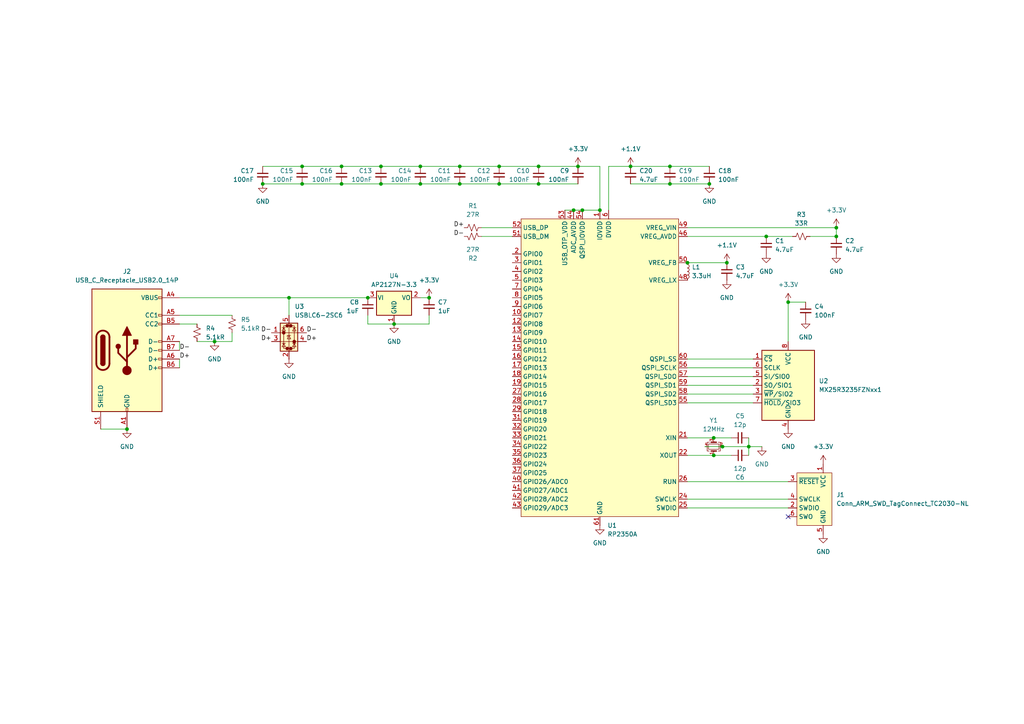
<source format=kicad_sch>
(kicad_sch (version 20231120) (generator "eeschema") (generator_version "8.0")
  (paper "A4")
  (lib_symbols
    (symbol "Connector:Conn_ARM_SWD_TagConnect_TC2030-NL" (in_bom no)
      (property "Reference" "J" (at 2.54 11.43 0))
      (property "Value" "Conn_ARM_SWD_TagConnect_TC2030-NL" (at 2.54 8.89 0))
      (symbol "Conn_ARM_SWD_TagConnect_TC2030-NL_0_0"
        (pin power_in line (at -2.54 10.16 270) (length 2.54) (name "VCC") (number "1"))
        (pin bidirectional line (at 7.62 -2.54 180) (length 2.54) (name "SWDIO") (number "2"))
        (pin open_collector line (at 7.62 5.08 180) (length 2.54) (name "~{RESET}") (number "3"))
        (pin output line (at 7.62 0 180) (length 2.54) (name "SWCLK") (number "4"))
        (pin power_in line (at -2.54 -10.16 90) (length 2.54) (name "GND") (number "5"))
        (pin input line (at 7.62 -5.08 180) (length 2.54) (name "SWO") (number "6"))
      )
      (symbol "Conn_ARM_SWD_TagConnect_TC2030-NL_0_1"
        (rectangle (start -5.08 7.62) (end 5.08 -7.62) (fill (type background)))
      )
    )
    (symbol "Connector:USB_C_Receptacle_USB2.0_14P" (pin_names (offset 1.016))
      (property "Reference" "J" (at 0 22.225 0))
      (property "Value" "USB_C_Receptacle_USB2.0_14P" (at 0 19.685 0))
      (symbol "USB_C_Receptacle_USB2.0_14P_0_0"
        (rectangle (start -0.254 -17.78) (end 0.254 -16.764))
        (rectangle (start 10.16 -4.826) (end 9.144 -5.334))
        (rectangle (start 10.16 -2.286) (end 9.144 -2.794))
        (rectangle (start 10.16 0.254) (end 9.144 -0.254))
        (rectangle (start 10.16 2.794) (end 9.144 2.286))
        (rectangle (start 10.16 7.874) (end 9.144 7.366))
        (rectangle (start 10.16 10.414) (end 9.144 9.906))
        (rectangle (start 10.16 15.494) (end 9.144 14.986))
      )
      (symbol "USB_C_Receptacle_USB2.0_14P_0_1"
        (rectangle (start -10.16 17.78) (end 10.16 -17.78) (stroke (width 0.254)) (fill (type background)))
        (arc (start -8.89 -3.81) (mid -6.985 -5.7067) (end -5.08 -3.81) (stroke (width 0.508)))
        (arc (start -7.62 -3.81) (mid -6.985 -4.4423) (end -6.35 -3.81) (stroke (width 0.254)))
        (arc (start -7.62 -3.81) (mid -6.985 -4.4423) (end -6.35 -3.81) (stroke (width 0.254)) (fill (type outline)))
        (rectangle (start -7.62 -3.81) (end -6.35 3.81) (stroke (width 0.254)) (fill (type outline)))
        (arc (start -6.35 3.81) (mid -6.985 4.4423) (end -7.62 3.81) (stroke (width 0.254)))
        (arc (start -6.35 3.81) (mid -6.985 4.4423) (end -7.62 3.81) (stroke (width 0.254)) (fill (type outline)))
        (arc (start -5.08 3.81) (mid -6.985 5.7067) (end -8.89 3.81) (stroke (width 0.508)))
        (circle (center -2.54 1.143) (radius 0.635) (stroke (width 0.254)) (fill (type outline)))
        (circle (center 0 -5.842) (radius 1.27) (fill (type outline)))
        (polyline (pts (xy -8.89 -3.81) (xy -8.89 3.81)) (stroke (width 0.508)))
        (polyline (pts (xy -5.08 3.81) (xy -5.08 -3.81)) (stroke (width 0.508)))
        (polyline (pts (xy 0 -5.842) (xy 0 4.318)) (stroke (width 0.508)))
        (polyline (pts (xy 0 -3.302) (xy -2.54 -0.762) (xy -2.54 0.508)) (stroke (width 0.508)))
        (polyline (pts (xy 0 -2.032) (xy 2.54 0.508) (xy 2.54 1.778)) (stroke (width 0.508)))
        (polyline (pts (xy -1.27 4.318) (xy 0 6.858) (xy 1.27 4.318) (xy -1.27 4.318)) (stroke (width 0.254)) (fill (type outline)))
        (rectangle (start 1.905 1.778) (end 3.175 3.048) (stroke (width 0.254)) (fill (type outline)))
      )
      (symbol "USB_C_Receptacle_USB2.0_14P_1_1"
        (pin passive line (at 0 -22.86 90) (length 5.08) (name "GND") (number "A1"))
        (pin passive line (at 0 -22.86 90) (length 5.08) hide (name "GND") (number "A12"))
        (pin passive line (at 15.24 15.24 180) (length 5.08) (name "VBUS") (number "A4"))
        (pin bidirectional line (at 15.24 10.16 180) (length 5.08) (name "CC1") (number "A5"))
        (pin bidirectional line (at 15.24 -2.54 180) (length 5.08) (name "D+") (number "A6"))
        (pin bidirectional line (at 15.24 2.54 180) (length 5.08) (name "D-") (number "A7"))
        (pin passive line (at 15.24 15.24 180) (length 5.08) hide (name "VBUS") (number "A9"))
        (pin passive line (at 0 -22.86 90) (length 5.08) hide (name "GND") (number "B1"))
        (pin passive line (at 0 -22.86 90) (length 5.08) hide (name "GND") (number "B12"))
        (pin passive line (at 15.24 15.24 180) (length 5.08) hide (name "VBUS") (number "B4"))
        (pin bidirectional line (at 15.24 7.62 180) (length 5.08) (name "CC2") (number "B5"))
        (pin bidirectional line (at 15.24 -5.08 180) (length 5.08) (name "D+") (number "B6"))
        (pin bidirectional line (at 15.24 0 180) (length 5.08) (name "D-") (number "B7"))
        (pin passive line (at 15.24 15.24 180) (length 5.08) hide (name "VBUS") (number "B9"))
        (pin passive line (at -7.62 -22.86 90) (length 5.08) (name "SHIELD") (number "S1"))
      )
    )
    (symbol "Device:C_Small" (pin_numbers hide) (pin_names (offset 0.254) hide)
      (property "Reference" "C" (at 0.254 1.778 0))
      (property "Value" "C_Small" (at 0.254 -2.032 0))
      (symbol "C_Small_0_1"
        (polyline (pts (xy -1.524 -0.508) (xy 1.524 -0.508)) (stroke (width 0.3302)))
        (polyline (pts (xy -1.524 0.508) (xy 1.524 0.508)) (stroke (width 0.3048)))
      )
      (symbol "C_Small_1_1"
        (pin passive line (at 0 2.54 270) (length 2.032) (name "~") (number "1"))
        (pin passive line (at 0 -2.54 90) (length 2.032) (name "~") (number "2"))
      )
    )
    (symbol "Device:Crystal_GND24_Small" (pin_names (offset 1.016) hide)
      (property "Reference" "Y" (at 1.27 4.445 0))
      (property "Value" "Crystal_GND24_Small" (at 1.27 2.54 0))
      (symbol "Crystal_GND24_Small_0_1"
        (rectangle (start -0.762 -1.524) (end 0.762 1.524))
        (polyline (pts (xy -1.27 -0.762) (xy -1.27 0.762)) (stroke (width 0.381)))
        (polyline (pts (xy 1.27 -0.762) (xy 1.27 0.762)) (stroke (width 0.381)))
        (polyline (pts (xy -1.27 -1.27) (xy -1.27 -1.905) (xy 1.27 -1.905) (xy 1.27 -1.27)))
        (polyline (pts (xy -1.27 1.27) (xy -1.27 1.905) (xy 1.27 1.905) (xy 1.27 1.27)))
      )
      (symbol "Crystal_GND24_Small_1_1"
        (pin passive line (at -2.54 0 0) (length 1.27) (name "1") (number "1"))
        (pin passive line (at 0 -2.54 90) (length 0.635) (name "2") (number "2"))
        (pin passive line (at 2.54 0 180) (length 1.27) (name "3") (number "3"))
        (pin passive line (at 0 2.54 270) (length 0.635) (name "4") (number "4"))
      )
    )
    (symbol "Device:L_Small" (pin_numbers hide) (pin_names (offset 0.254) hide)
      (property "Reference" "L" (at 0.762 1.016 0))
      (property "Value" "L_Small" (at 0.762 -1.016 0))
      (symbol "L_Small_0_1"
        (arc (start 0 -2.032) (mid 0.5058 -1.524) (end 0 -1.016))
        (arc (start 0 -1.016) (mid 0.5058 -0.508) (end 0 0))
        (arc (start 0 0) (mid 0.5058 0.508) (end 0 1.016))
        (arc (start 0 1.016) (mid 0.5058 1.524) (end 0 2.032))
      )
      (symbol "L_Small_1_1"
        (pin passive line (at 0 2.54 270) (length 0.508) (name "~") (number "1"))
        (pin passive line (at 0 -2.54 90) (length 0.508) (name "~") (number "2"))
      )
    )
    (symbol "Device:R_Small_US" (pin_numbers hide) (pin_names (offset 0.254) hide)
      (property "Reference" "R" (at 0.762 0.508 0))
      (property "Value" "R_Small_US" (at 0.762 -1.016 0))
      (symbol "R_Small_US_1_1"
        (polyline (pts (xy 0 0) (xy 1.016 -0.381) (xy 0 -0.762) (xy -1.016 -1.143) (xy 0 -1.524)))
        (polyline (pts (xy 0 1.524) (xy 1.016 1.143) (xy 0 0.762) (xy -1.016 0.381) (xy 0 0)))
        (pin passive line (at 0 2.54 270) (length 1.016) (name "~") (number "1"))
        (pin passive line (at 0 -2.54 90) (length 1.016) (name "~") (number "2"))
      )
    )
    (symbol "Memory_Flash:MX25R3235FZNxx1"
      (property "Reference" "U" (at -6.35 11.43 0))
      (property "Value" "MX25R3235FZNxx1" (at 11.43 11.43 0))
      (symbol "MX25R3235FZNxx1_0_1"
        (rectangle (start -7.62 10.16) (end 7.62 -10.16) (stroke (width 0.254)) (fill (type background)))
      )
      (symbol "MX25R3235FZNxx1_1_1"
        (pin input line (at -10.16 7.62 0) (length 2.54) (name "~{CS}") (number "1"))
        (pin bidirectional line (at -10.16 0 0) (length 2.54) (name "SO/SIO1") (number "2"))
        (pin bidirectional line (at -10.16 -2.54 0) (length 2.54) (name "~{WP}/SIO2") (number "3"))
        (pin power_in line (at 0 -12.7 90) (length 2.54) (name "GND") (number "4"))
        (pin bidirectional line (at -10.16 2.54 0) (length 2.54) (name "SI/SIO0") (number "5"))
        (pin input line (at -10.16 5.08 0) (length 2.54) (name "SCLK") (number "6"))
        (pin bidirectional line (at -10.16 -5.08 0) (length 2.54) (name "~{HOLD}/SIO3") (number "7"))
        (pin power_in line (at 0 12.7 270) (length 2.54) (name "VCC") (number "8"))
        (pin passive line (at 0 -12.7 90) (length 2.54) hide (name "GND") (number "9"))
      )
    )
    (symbol "Power_Protection:USBLC6-2SC6" (pin_names hide)
      (property "Reference" "U" (at 0.635 5.715 0))
      (property "Value" "USBLC6-2SC6" (at 0.635 3.81 0))
      (symbol "USBLC6-2SC6_0_0"
        (circle (center -1.524 0) (radius 0.0001) (stroke (width 0.508)))
        (circle (center -0.508 -4.572) (radius 0.0001) (stroke (width 0.508)))
        (circle (center -0.508 2.032) (radius 0.0001) (stroke (width 0.508)))
        (circle (center 0.508 -4.572) (radius 0.0001) (stroke (width 0.508)))
        (circle (center 0.508 2.032) (radius 0.0001) (stroke (width 0.508)))
        (circle (center 1.524 -2.54) (radius 0.0001) (stroke (width 0.508)))
      )
      (symbol "USBLC6-2SC6_0_1"
        (polyline (pts (xy -2.54 -2.54) (xy 2.54 -2.54)))
        (polyline (pts (xy -2.54 0) (xy 2.54 0)))
        (polyline (pts (xy -2.032 -3.048) (xy -1.016 -3.048)))
        (polyline (pts (xy -1.016 1.524) (xy -2.032 1.524)))
        (polyline (pts (xy 1.016 -3.048) (xy 2.032 -3.048)))
        (polyline (pts (xy 1.016 1.524) (xy 2.032 1.524)))
        (polyline (pts (xy -0.508 -1.143) (xy -0.508 -0.762) (xy 0.508 -0.762)))
        (polyline (pts (xy -2.032 0.508) (xy -1.016 0.508) (xy -1.524 1.524) (xy -2.032 0.508)))
        (polyline (pts (xy -1.016 -4.064) (xy -2.032 -4.064) (xy -1.524 -3.048) (xy -1.016 -4.064)))
        (polyline (pts (xy 0.508 -1.778) (xy -0.508 -1.778) (xy 0 -0.762) (xy 0.508 -1.778)))
        (polyline (pts (xy 2.032 -4.064) (xy 1.016 -4.064) (xy 1.524 -3.048) (xy 2.032 -4.064)))
        (polyline (pts (xy 2.032 0.508) (xy 1.016 0.508) (xy 1.524 1.524) (xy 2.032 0.508)))
        (polyline (pts (xy 0 2.54) (xy -0.508 2.032) (xy 0.508 2.032) (xy 0 1.524) (xy 0 -4.064) (xy -0.508 -4.572) (xy 0.508 -4.572) (xy 0 -5.08)))
      )
      (symbol "USBLC6-2SC6_1_1"
        (rectangle (start -2.54 2.794) (end 2.54 -5.334) (stroke (width 0.254)) (fill (type background)))
        (polyline (pts (xy -0.508 2.032) (xy -1.524 2.032) (xy -1.524 -4.572) (xy -0.508 -4.572)))
        (polyline (pts (xy 0.508 -4.572) (xy 1.524 -4.572) (xy 1.524 2.032) (xy 0.508 2.032)))
        (pin passive line (at -5.08 0 0) (length 2.54) (name "I/O1") (number "1"))
        (pin passive line (at 0 -7.62 90) (length 2.54) (name "GND") (number "2"))
        (pin passive line (at -5.08 -2.54 0) (length 2.54) (name "I/O2") (number "3"))
        (pin passive line (at 5.08 -2.54 180) (length 2.54) (name "I/O2") (number "4"))
        (pin passive line (at 0 5.08 270) (length 2.54) (name "VBUS") (number "5"))
        (pin passive line (at 5.08 0 180) (length 2.54) (name "I/O1") (number "6"))
      )
    )
    (symbol "Regulator_Linear:AP2127N-3.3" (pin_names (offset 0.254))
      (property "Reference" "U" (at -3.81 3.175 0))
      (property "Value" "AP2127N-3.3" (at 0 3.175 0))
      (symbol "AP2127N-3.3_0_1"
        (rectangle (start -5.08 1.905) (end 5.08 -5.08) (stroke (width 0.254)) (fill (type background)))
      )
      (symbol "AP2127N-3.3_1_1"
        (pin power_in line (at 0 -7.62 90) (length 2.54) (name "GND") (number "1"))
        (pin power_out line (at 7.62 0 180) (length 2.54) (name "VO") (number "2"))
        (pin power_in line (at -7.62 0 0) (length 2.54) (name "VI") (number "3"))
      )
    )
    (symbol "power:+3.3V" (power) (pin_numbers hide) (pin_names (offset 0) hide)
      (property "Value" "+3.3V" (at 0 3.556 0))
      (symbol "+3.3V_0_1"
        (polyline (pts (xy -0.762 1.27) (xy 0 2.54)))
        (polyline (pts (xy 0 0) (xy 0 2.54)))
        (polyline (pts (xy 0 2.54) (xy 0.762 1.27)))
      )
      (symbol "+3.3V_1_1"
        (pin power_in line (at 0 0 90) (length 0) (name "~") (number "1"))
      )
    )
    (symbol "power:GND" (power) (pin_numbers hide) (pin_names (offset 0) hide)
      (property "Value" "GND" (at 0 -3.81 0))
      (symbol "GND_0_1"
        (polyline (pts (xy 0 0) (xy 0 -1.27) (xy 1.27 -1.27) (xy 0 -2.54) (xy -1.27 -1.27) (xy 0 -1.27)))
      )
      (symbol "GND_1_1"
        (pin power_in line (at 0 0 270) (length 0) (name "~") (number "1"))
      )
    )
    (symbol "rpi-lib-kicad-rp235x:RP2350A"
      (property "Reference" "U" (at 17.78 48.26 0))
      (property "Value" "RP2350A" (at 17.78 45.72 0))
      (symbol "RP2350A_0_0"
        (pin power_in line (at 0 45.72 270) (length 2.54) (name "IOVDD") (number "1"))
        (pin bidirectional line (at -25.4 15.24 0) (length 2.54) (name "GPIO7") (number "10"))
        (pin passive line (at 0 45.72 270) (length 2.54) hide (name "IOVDD") (number "11"))
        (pin bidirectional line (at -25.4 12.7 0) (length 2.54) (name "GPIO8") (number "12"))
        (pin bidirectional line (at -25.4 10.16 0) (length 2.54) (name "GPIO9") (number "13"))
        (pin bidirectional line (at -25.4 7.62 0) (length 2.54) (name "GPIO10") (number "14"))
        (pin bidirectional line (at -25.4 5.08 0) (length 2.54) (name "GPIO11") (number "15"))
        (pin bidirectional line (at -25.4 2.54 0) (length 2.54) (name "GPIO12") (number "16"))
        (pin bidirectional line (at -25.4 0 0) (length 2.54) (name "GPIO13") (number "17"))
        (pin bidirectional line (at -25.4 -2.54 0) (length 2.54) (name "GPIO14") (number "18"))
        (pin bidirectional line (at -25.4 -5.08 0) (length 2.54) (name "GPIO15") (number "19"))
        (pin bidirectional line (at -25.4 33.02 0) (length 2.54) (name "GPIO0") (number "2"))
        (pin passive line (at 0 45.72 270) (length 2.54) hide (name "IOVDD") (number "20"))
        (pin input line (at 25.4 -20.32 180) (length 2.54) (name "XIN") (number "21"))
        (pin output line (at 25.4 -25.4 180) (length 2.54) (name "XOUT") (number "22"))
        (pin passive line (at 2.54 45.72 270) (length 2.54) hide (name "DVDD") (number "23"))
        (pin input line (at 25.4 -38.1 180) (length 2.54) (name "SWCLK") (number "24"))
        (pin bidirectional line (at 25.4 -40.64 180) (length 2.54) (name "SWDIO") (number "25"))
        (pin input line (at 25.4 -33.02 180) (length 2.54) (name "RUN") (number "26"))
        (pin bidirectional line (at -25.4 -7.62 0) (length 2.54) (name "GPIO16") (number "27"))
        (pin bidirectional line (at -25.4 -10.16 0) (length 2.54) (name "GPIO17") (number "28"))
        (pin bidirectional line (at -25.4 -12.7 0) (length 2.54) (name "GPIO18") (number "29"))
        (pin bidirectional line (at -25.4 30.48 0) (length 2.54) (name "GPIO1") (number "3"))
        (pin passive line (at 0 45.72 270) (length 2.54) hide (name "IOVDD") (number "30"))
        (pin bidirectional line (at -25.4 -15.24 0) (length 2.54) (name "GPIO19") (number "31"))
        (pin bidirectional line (at -25.4 -17.78 0) (length 2.54) (name "GPIO20") (number "32"))
        (pin bidirectional line (at -25.4 -20.32 0) (length 2.54) (name "GPIO21") (number "33"))
        (pin bidirectional line (at -25.4 -22.86 0) (length 2.54) (name "GPIO22") (number "34"))
        (pin bidirectional line (at -25.4 -25.4 0) (length 2.54) (name "GPIO23") (number "35"))
        (pin bidirectional line (at -25.4 -27.94 0) (length 2.54) (name "GPIO24") (number "36"))
        (pin bidirectional line (at -25.4 -30.48 0) (length 2.54) (name "GPIO25") (number "37"))
        (pin passive line (at 0 45.72 270) (length 2.54) hide (name "IOVDD") (number "38"))
        (pin passive line (at 2.54 45.72 270) (length 2.54) hide (name "DVDD") (number "39"))
        (pin bidirectional line (at -25.4 27.94 0) (length 2.54) (name "GPIO2") (number "4"))
        (pin bidirectional line (at -25.4 -33.02 0) (length 2.54) (name "GPIO26/ADC0") (number "40"))
        (pin bidirectional line (at -25.4 -35.56 0) (length 2.54) (name "GPIO27/ADC1") (number "41"))
        (pin bidirectional line (at -25.4 -38.1 0) (length 2.54) (name "GPIO28/ADC2") (number "42"))
        (pin bidirectional line (at -25.4 -40.64 0) (length 2.54) (name "GPIO29/ADC3") (number "43"))
        (pin power_in line (at -7.62 45.72 270) (length 2.54) (name "ADC_AVDD") (number "44"))
        (pin passive line (at 0 45.72 270) (length 2.54) hide (name "IOVDD") (number "45"))
        (pin power_in line (at 25.4 38.1 180) (length 2.54) (name "VREG_AVDD") (number "46"))
        (pin passive line (at 25.4 25.4 180) (length 2.54) (name "VREG_LX") (number "48"))
        (pin power_in line (at 25.4 40.64 180) (length 2.54) (name "VREG_VIN") (number "49"))
        (pin bidirectional line (at -25.4 25.4 0) (length 2.54) (name "GPIO3") (number "5"))
        (pin passive line (at 25.4 30.48 180) (length 2.54) (name "VREG_FB") (number "50"))
        (pin bidirectional line (at -25.4 38.1 0) (length 2.54) (name "USB_DM") (number "51"))
        (pin bidirectional line (at -25.4 40.64 0) (length 2.54) (name "USB_DP") (number "52"))
        (pin unspecified line (at -10.16 45.72 270) (length 2.54) (name "USB_OTP_VDD") (number "53"))
        (pin power_in line (at -5.08 45.72 270) (length 2.54) (name "QSPI_IOVDD") (number "54"))
        (pin unspecified line (at 25.4 -10.16 180) (length 2.54) (name "QSPI_SD3") (number "55"))
        (pin unspecified line (at 25.4 0 180) (length 2.54) (name "QSPI_SCLK") (number "56"))
        (pin unspecified line (at 25.4 -2.54 180) (length 2.54) (name "QSPI_SDO") (number "57"))
        (pin unspecified line (at 25.4 -7.62 180) (length 2.54) (name "QSPI_SD2") (number "58"))
        (pin unspecified line (at 25.4 -5.08 180) (length 2.54) (name "QSPI_SD1") (number "59"))
        (pin power_in line (at 2.54 45.72 270) (length 2.54) (name "DVDD") (number "6"))
        (pin unspecified line (at 25.4 2.54 180) (length 2.54) (name "QSPI_SS") (number "60"))
        (pin bidirectional line (at -25.4 22.86 0) (length 2.54) (name "GPIO4") (number "7"))
        (pin bidirectional line (at -25.4 20.32 0) (length 2.54) (name "GPIO5") (number "8"))
        (pin bidirectional line (at -25.4 17.78 0) (length 2.54) (name "GPIO6") (number "9"))
      )
      (symbol "RP2350A_1_0"
        (pin passive line (at 0 -45.72 90) (length 2.54) hide (name "VREG_PGND") (number "47"))
        (pin power_in line (at 0 -45.72 90) (length 2.54) (name "GND") (number "61"))
      )
      (symbol "RP2350A_1_1"
        (rectangle (start -22.86 43.18) (end 22.86 -43.18) (fill (type background)))
      )
    )
  )
  (junction (at 124.46 86.36))
  (junction (at 194.31 48.26))
  (junction (at 194.31 53.34))
  (junction (at 242.57 68.58))
  (junction (at 87.63 53.34))
  (junction (at 242.57 66.04))
  (junction (at 99.06 48.26))
  (junction (at 205.74 53.34))
  (junction (at 83.82 86.36))
  (junction (at 99.06 53.34))
  (junction (at 76.2 53.34))
  (junction (at 209.55 129.54))
  (junction (at 110.49 48.26))
  (junction (at 182.88 48.26))
  (junction (at 36.83 124.46))
  (junction (at 167.64 48.26))
  (junction (at 106.68 86.36))
  (junction (at 114.3 93.98))
  (junction (at 133.35 53.34))
  (junction (at 222.25 68.58))
  (junction (at 207.01 127))
  (junction (at 228.6 87.63))
  (junction (at 207.01 132.08))
  (junction (at 62.23 99.06))
  (junction (at 210.82 76.2))
  (junction (at 121.92 48.26))
  (junction (at 173.99 60.96))
  (junction (at 121.92 53.34))
  (junction (at 166.37 60.96))
  (junction (at 110.49 53.34))
  (junction (at 144.78 53.34))
  (junction (at 168.91 60.96))
  (junction (at 156.21 48.26))
  (junction (at 156.21 53.34))
  (junction (at 133.35 48.26))
  (junction (at 199.39 76.2))
  (junction (at 144.78 48.26))
  (junction (at 217.17 129.54))
  (junction (at 87.63 48.26))
  (no_connect (at 228.6 149.86))
  (wire (pts (xy 218.44 106.68) (xy 199.39 106.68)))
  (wire (pts (xy 52.07 99.06) (xy 52.07 101.6)))
  (wire (pts (xy 228.6 87.63) (xy 228.6 99.06)))
  (wire (pts (xy 217.17 127) (xy 217.17 129.54)))
  (wire (pts (xy 144.78 53.34) (xy 156.21 53.34)))
  (wire (pts (xy 234.95 68.58) (xy 242.57 68.58)))
  (wire (pts (xy 83.82 91.44) (xy 83.82 86.36)))
  (wire (pts (xy 57.15 99.06) (xy 62.23 99.06)))
  (wire (pts (xy 242.57 66.04) (xy 242.57 68.58)))
  (wire (pts (xy 121.92 48.26) (xy 133.35 48.26)))
  (wire (pts (xy 199.39 147.32) (xy 228.6 147.32)))
  (wire (pts (xy 156.21 48.26) (xy 167.64 48.26)))
  (wire (pts (xy 106.68 93.98) (xy 114.3 93.98)))
  (wire (pts (xy 199.39 139.7) (xy 228.6 139.7)))
  (wire (pts (xy 205.74 53.34) (xy 194.31 53.34)))
  (wire (pts (xy 110.49 48.26) (xy 121.92 48.26)))
  (wire (pts (xy 199.39 66.04) (xy 242.57 66.04)))
  (wire (pts (xy 204.47 129.54) (xy 209.55 129.54)))
  (wire (pts (xy 217.17 129.54) (xy 217.17 132.08)))
  (wire (pts (xy 62.23 99.06) (xy 67.31 99.06)))
  (wire (pts (xy 83.82 86.36) (xy 52.07 86.36)))
  (wire (pts (xy 205.74 48.26) (xy 194.31 48.26)))
  (wire (pts (xy 133.35 48.26) (xy 144.78 48.26)))
  (wire (pts (xy 199.39 76.2) (xy 210.82 76.2)))
  (wire (pts (xy 218.44 104.14) (xy 199.39 104.14)))
  (wire (pts (xy 144.78 48.26) (xy 156.21 48.26)))
  (wire (pts (xy 139.7 68.58) (xy 148.59 68.58)))
  (wire (pts (xy 228.6 87.63) (xy 233.68 87.63)))
  (wire (pts (xy 199.39 127) (xy 207.01 127)))
  (wire (pts (xy 139.7 66.04) (xy 148.59 66.04)))
  (wire (pts (xy 176.53 48.26) (xy 182.88 48.26)))
  (wire (pts (xy 156.21 53.34) (xy 167.64 53.34)))
  (wire (pts (xy 124.46 93.98) (xy 114.3 93.98)))
  (wire (pts (xy 29.21 124.46) (xy 36.83 124.46)))
  (wire (pts (xy 207.01 132.08) (xy 212.09 132.08)))
  (wire (pts (xy 207.01 127) (xy 212.09 127)))
  (wire (pts (xy 176.53 60.96) (xy 176.53 48.26)))
  (wire (pts (xy 76.2 53.34) (xy 87.63 53.34)))
  (wire (pts (xy 218.44 114.3) (xy 199.39 114.3)))
  (wire (pts (xy 163.83 60.96) (xy 166.37 60.96)))
  (wire (pts (xy 99.06 48.26) (xy 110.49 48.26)))
  (wire (pts (xy 217.17 129.54) (xy 220.98 129.54)))
  (wire (pts (xy 194.31 48.26) (xy 182.88 48.26)))
  (wire (pts (xy 52.07 91.44) (xy 67.31 91.44)))
  (wire (pts (xy 218.44 109.22) (xy 199.39 109.22)))
  (wire (pts (xy 218.44 116.84) (xy 199.39 116.84)))
  (wire (pts (xy 199.39 132.08) (xy 207.01 132.08)))
  (wire (pts (xy 199.39 68.58) (xy 222.25 68.58)))
  (wire (pts (xy 222.25 68.58) (xy 229.87 68.58)))
  (wire (pts (xy 173.99 48.26) (xy 167.64 48.26)))
  (wire (pts (xy 199.39 144.78) (xy 228.6 144.78)))
  (wire (pts (xy 52.07 104.14) (xy 52.07 106.68)))
  (wire (pts (xy 57.15 93.98) (xy 52.07 93.98)))
  (wire (pts (xy 124.46 86.36) (xy 121.92 86.36)))
  (wire (pts (xy 99.06 53.34) (xy 110.49 53.34)))
  (wire (pts (xy 121.92 53.34) (xy 133.35 53.34)))
  (wire (pts (xy 87.63 53.34) (xy 99.06 53.34)))
  (wire (pts (xy 76.2 48.26) (xy 87.63 48.26)))
  (wire (pts (xy 218.44 111.76) (xy 199.39 111.76)))
  (wire (pts (xy 67.31 99.06) (xy 67.31 96.52)))
  (wire (pts (xy 83.82 86.36) (xy 106.68 86.36)))
  (wire (pts (xy 209.55 129.54) (xy 217.17 129.54)))
  (wire (pts (xy 87.63 48.26) (xy 99.06 48.26)))
  (wire (pts (xy 124.46 91.44) (xy 124.46 93.98)))
  (wire (pts (xy 173.99 60.96) (xy 173.99 48.26)))
  (wire (pts (xy 106.68 91.44) (xy 106.68 93.98)))
  (wire (pts (xy 166.37 60.96) (xy 168.91 60.96)))
  (wire (pts (xy 168.91 60.96) (xy 173.99 60.96)))
  (wire (pts (xy 194.31 53.34) (xy 182.88 53.34)))
  (wire (pts (xy 133.35 53.34) (xy 144.78 53.34)))
  (wire (pts (xy 110.49 53.34) (xy 121.92 53.34)))
  (label "D+" (at 78.74 99.06 180))
  (label "D-" (at 134.62 68.58 180))
  (label "D-" (at 78.74 96.52 180))
  (label "D+" (at 52.07 104.14 0))
  (label "D-" (at 88.9 96.52 0))
  (label "D+" (at 134.62 66.04 180))
  (label "D+" (at 88.9 99.06 0))
  (label "D-" (at 52.07 101.6 0))
  (symbol (lib_id "power:GND") (at 205.74 53.34 0) (unit 1)
    (property "Reference" "#PWR021" (effects (hide yes)))
    (property "Value" "GND" (at 205.74 58.42 0))
    (property "Description" "Power symbol creates a global label with name \"GND\" , ground" (effects (hide yes)))
  )
  (symbol (lib_id "Device:C_Small") (at 210.82 78.74 0) (unit 1)
    (property "Reference" "C3" (at 213.36 77.4762 0) (effects (justify left)))
    (property "Value" "4.7uF" (at 213.36 80.0162 0) (effects (justify left)))
    (property "Description" "Unpolarized capacitor, small symbol" (effects (hide yes)))
  )
  (symbol (lib_id "Power_Protection:USBLC6-2SC6") (at 83.82 96.52 0) (unit 1)
    (property "Reference" "U3" (at 85.4711 88.9 0) (effects (justify left)))
    (property "Value" "USBLC6-2SC6" (at 85.4711 91.44 0) (effects (justify left)))
    (property "Footprint" "Package_TO_SOT_SMD:SOT-23-6" (effects (hide yes)))
    (property "Datasheet" "https://www.st.com/resource/en/datasheet/usblc6-2.pdf" (effects (hide yes)))
    (property "Description" "Very low capacitance ESD protection diode, 2 data-line, SOT-23-6" (effects (hide yes)))
  )
  (symbol (lib_id "power:GND") (at 76.2 53.34 0) (unit 1)
    (property "Reference" "#PWR018" (effects (hide yes)))
    (property "Value" "GND" (at 76.2 58.42 0))
    (property "Description" "Power symbol creates a global label with name \"GND\" , ground" (effects (hide yes)))
  )
  (symbol (lib_id "Device:C_Small") (at 182.88 50.8 0) (mirror y) (unit 1)
    (property "Reference" "C20" (at 185.42 49.5362 0) (effects (justify right)))
    (property "Value" "4.7uF" (at 185.42 52.0762 0) (effects (justify right)))
    (property "Description" "Unpolarized capacitor, small symbol" (effects (hide yes)))
  )
  (symbol (lib_id "Device:C_Small") (at 167.64 50.8 0) (unit 1)
    (property "Reference" "C9" (at 165.1 49.5362 0) (effects (justify right)))
    (property "Value" "100nF" (at 165.1 52.0762 0) (effects (justify right)))
    (property "Description" "Unpolarized capacitor, small symbol" (effects (hide yes)))
  )
  (symbol (lib_id "power:GND") (at 173.99 152.4 0) (unit 1)
    (property "Reference" "#PWR02" (effects (hide yes)))
    (property "Value" "GND" (at 173.99 157.48 0))
    (property "Description" "Power symbol creates a global label with name \"GND\" , ground" (effects (hide yes)))
  )
  (symbol (lib_id "power:+3.3V") (at 228.6 87.63 0) (unit 1)
    (property "Reference" "#PWR07" (effects (hide yes)))
    (property "Value" "+3.3V" (at 228.6 82.55 0))
    (property "Description" "Power symbol creates a global label with name \"+3.3V\"" (effects (hide yes)))
  )
  (symbol (lib_id "power:GND") (at 228.6 124.46 0) (unit 1)
    (property "Reference" "#PWR09" (effects (hide yes)))
    (property "Value" "GND" (at 228.6 129.54 0))
    (property "Description" "Power symbol creates a global label with name \"GND\" , ground" (effects (hide yes)))
  )
  (symbol (lib_id "Device:C_Small") (at 205.74 50.8 0) (mirror y) (unit 1)
    (property "Reference" "C18" (at 208.28 49.5362 0) (effects (justify right)))
    (property "Value" "100nF" (at 208.28 52.0762 0) (effects (justify right)))
    (property "Description" "Unpolarized capacitor, small symbol" (effects (hide yes)))
  )
  (symbol (lib_id "Device:C_Small") (at 242.57 71.12 0) (unit 1)
    (property "Reference" "C2" (at 245.11 69.8562 0) (effects (justify left)))
    (property "Value" "4.7uF" (at 245.11 72.3962 0) (effects (justify left)))
    (property "Description" "Unpolarized capacitor, small symbol" (effects (hide yes)))
  )
  (symbol (lib_id "Connector:USB_C_Receptacle_USB2.0_14P") (at 36.83 101.6 0) (unit 1)
    (property "Reference" "J2" (at 36.83 78.74 0))
    (property "Value" "USB_C_Receptacle_USB2.0_14P" (at 36.83 81.28 0))
    (property "Datasheet" "https://www.usb.org/sites/default/files/documents/usb_type-c.zip" (effects (hide yes)))
    (property "Description" "USB 2.0-only 14P Type-C Receptacle connector" (effects (hide yes)))
  )
  (symbol (lib_id "Device:C_Small") (at 110.49 50.8 0) (unit 1)
    (property "Reference" "C13" (at 107.95 49.5362 0) (effects (justify right)))
    (property "Value" "100nF" (at 107.95 52.0762 0) (effects (justify right)))
    (property "Description" "Unpolarized capacitor, small symbol" (effects (hide yes)))
  )
  (symbol (lib_id "power:GND") (at 210.82 81.28 0) (unit 1)
    (property "Reference" "#PWR05" (effects (hide yes)))
    (property "Value" "GND" (at 210.82 86.36 0))
    (property "Description" "Power symbol creates a global label with name \"GND\" , ground" (effects (hide yes)))
  )
  (symbol (lib_id "power:+3.3V") (at 124.46 86.36 0) (unit 1)
    (property "Reference" "#PWR017" (effects (hide yes)))
    (property "Value" "+3.3V" (at 124.46 81.28 0))
    (property "Description" "Power symbol creates a global label with name \"+3.3V\"" (effects (hide yes)))
  )
  (symbol (lib_id "power:+3.3V") (at 238.76 134.62 0) (unit 1)
    (property "Reference" "#PWR012" (effects (hide yes)))
    (property "Value" "+3.3V" (at 238.76 129.54 0))
    (property "Description" "Power symbol creates a global label with name \"+3.3V\"" (effects (hide yes)))
  )
  (symbol (lib_id "power:+3.3V") (at 242.57 66.04 0) (unit 1)
    (property "Reference" "#PWR01" (effects (hide yes)))
    (property "Value" "+3.3V" (at 242.57 60.96 0))
    (property "Description" "Power symbol creates a global label with name \"+3.3V\"" (effects (hide yes)))
  )
  (symbol (lib_id "power:+3.3V") (at 210.82 76.2 0) (unit 1)
    (property "Reference" "#PWR06" (effects (hide yes)))
    (property "Value" "+1.1V" (at 210.82 71.12 0))
    (property "Description" "Power symbol creates a global label with name \"+3.3V\"" (effects (hide yes)))
  )
  (symbol (lib_id "power:GND") (at 114.3 93.98 0) (unit 1)
    (property "Reference" "#PWR016" (effects (hide yes)))
    (property "Value" "GND" (at 114.3 99.06 0))
    (property "Description" "Power symbol creates a global label with name \"GND\" , ground" (effects (hide yes)))
  )
  (symbol (lib_id "Device:C_Small") (at 156.21 50.8 0) (unit 1)
    (property "Reference" "C10" (at 153.67 49.5362 0) (effects (justify right)))
    (property "Value" "100nF" (at 153.67 52.0762 0) (effects (justify right)))
    (property "Description" "Unpolarized capacitor, small symbol" (effects (hide yes)))
  )
  (symbol (lib_id "rpi-lib-kicad-rp235x:RP2350A") (at 173.99 106.68 0) (unit 1)
    (property "Reference" "U1" (at 176.1841 152.4 0) (effects (justify left)))
    (property "Value" "RP2350A" (at 176.1841 154.94 0) (effects (justify left)))
    (property "Footprint" "rpi-lib-kicad-rp235x:QFN-60-1EP_7x7mm_P0.4mm_EP3.4x3.4mm_ThermalVias" (effects (hide yes)))
    (property "Datasheet" "https://datasheets.raspberrypi.com/rp2350/rp2350-datasheet.pdf" (effects (hide yes)))
    (property "Description" "A dual-architecture microcontroller by Raspberry Pi" (effects (hide yes)))
  )
  (symbol (lib_id "Device:R_Small_US") (at 137.16 68.58 90) (mirror x) (unit 1)
    (property "Reference" "R2" (at 137.16 74.93 90))
    (property "Value" "27R" (at 137.16 72.39 90))
    (property "Description" "Resistor, small US symbol" (effects (hide yes)))
  )
  (symbol (lib_id "Device:C_Small") (at 106.68 88.9 0) (mirror y) (unit 1)
    (property "Reference" "C8" (at 104.14 87.6362 0) (effects (justify left)))
    (property "Value" "1uF" (at 104.14 90.1762 0) (effects (justify left)))
    (property "Description" "Unpolarized capacitor, small symbol" (effects (hide yes)))
  )
  (symbol (lib_id "Device:R_Small_US") (at 137.16 66.04 90) (unit 1)
    (property "Reference" "R1" (at 137.16 59.69 90))
    (property "Value" "27R" (at 137.16 62.23 90))
    (property "Description" "Resistor, small US symbol" (effects (hide yes)))
  )
  (symbol (lib_id "power:GND") (at 83.82 104.14 0) (unit 1)
    (property "Reference" "#PWR015" (effects (hide yes)))
    (property "Value" "GND" (at 83.82 109.22 0))
    (property "Description" "Power symbol creates a global label with name \"GND\" , ground" (effects (hide yes)))
  )
  (symbol (lib_id "Memory_Flash:MX25R3235FZNxx1") (at 228.6 111.76 0) (unit 1)
    (property "Reference" "U2" (at 237.49 110.4899 0) (effects (justify left)))
    (property "Value" "MX25R3235FZNxx1" (at 237.49 113.0299 0) (effects (justify left)))
    (property "Footprint" "Package_SON:WSON-8-1EP_6x5mm_P1.27mm_EP3.4x4mm" (effects (hide yes)))
    (property "Datasheet" "http://www.macronix.com/Lists/Datasheet/Attachments/7534/MX25R3235F,%20Wide%20Range,%2032Mb,%20v1.6.pdf" (effects (hide yes)))
    (property "Description" "32-Mbit, Wide Range Voltage SPI Serial Flash Memory, WSON-8" (effects (hide yes)))
  )
  (symbol (lib_id "Device:L_Small") (at 199.39 78.74 0) (unit 1)
    (property "Reference" "L1" (at 200.66 77.4699 0) (effects (justify left)))
    (property "Value" "3.3uH" (at 200.66 80.0099 0) (effects (justify left)))
    (property "Description" "Inductor, small symbol" (effects (hide yes)))
  )
  (symbol (lib_id "Device:C_Small") (at 99.06 50.8 0) (unit 1)
    (property "Reference" "C16" (at 96.52 49.5362 0) (effects (justify right)))
    (property "Value" "100nF" (at 96.52 52.0762 0) (effects (justify right)))
    (property "Description" "Unpolarized capacitor, small symbol" (effects (hide yes)))
  )
  (symbol (lib_id "Device:R_Small_US") (at 232.41 68.58 90) (unit 1)
    (property "Reference" "R3" (at 232.41 62.23 90))
    (property "Value" "33R" (at 232.41 64.77 90))
    (property "Description" "Resistor, small US symbol" (effects (hide yes)))
  )
  (symbol (lib_id "Device:C_Small") (at 144.78 50.8 0) (unit 1)
    (property "Reference" "C12" (at 142.24 49.5362 0) (effects (justify right)))
    (property "Value" "100nF" (at 142.24 52.0762 0) (effects (justify right)))
    (property "Description" "Unpolarized capacitor, small symbol" (effects (hide yes)))
  )
  (symbol (lib_id "Device:Crystal_GND24_Small") (at 207.01 129.54 90) (unit 1)
    (property "Reference" "Y1" (at 207.01 121.92 90))
    (property "Value" "12MHz" (at 207.01 124.46 90))
    (property "Description" "Four pin crystal, GND on pins 2 and 4, small symbol" (effects (hide yes)))
  )
  (symbol (lib_id "Device:C_Small") (at 194.31 50.8 0) (mirror y) (unit 1)
    (property "Reference" "C19" (at 196.85 49.5362 0) (effects (justify right)))
    (property "Value" "100nF" (at 196.85 52.0762 0) (effects (justify right)))
    (property "Description" "Unpolarized capacitor, small symbol" (effects (hide yes)))
  )
  (symbol (lib_id "power:+3.3V") (at 182.88 48.26 0) (unit 1)
    (property "Reference" "#PWR020" (effects (hide yes)))
    (property "Value" "+1.1V" (at 182.88 43.18 0))
    (property "Description" "Power symbol creates a global label with name \"+3.3V\"" (effects (hide yes)))
  )
  (symbol (lib_id "power:+3.3V") (at 167.64 48.26 0) (unit 1)
    (property "Reference" "#PWR019" (effects (hide yes)))
    (property "Value" "+3.3V" (at 167.64 43.18 0))
    (property "Description" "Power symbol creates a global label with name \"+3.3V\"" (effects (hide yes)))
  )
  (symbol (lib_id "Device:C_Small") (at 124.46 88.9 0) (unit 1)
    (property "Reference" "C7" (at 127 87.6362 0) (effects (justify left)))
    (property "Value" "1uF" (at 127 90.1762 0) (effects (justify left)))
    (property "Description" "Unpolarized capacitor, small symbol" (effects (hide yes)))
  )
  (symbol (lib_id "power:GND") (at 220.98 129.54 0) (unit 1)
    (property "Reference" "#PWR010" (effects (hide yes)))
    (property "Value" "GND" (at 220.98 134.62 0))
    (property "Description" "Power symbol creates a global label with name \"GND\" , ground" (effects (hide yes)))
  )
  (symbol (lib_id "power:GND") (at 233.68 92.71 0) (unit 1)
    (property "Reference" "#PWR08" (effects (hide yes)))
    (property "Value" "GND" (at 233.68 97.79 0))
    (property "Description" "Power symbol creates a global label with name \"GND\" , ground" (effects (hide yes)))
  )
  (symbol (lib_id "Device:C_Small") (at 76.2 50.8 0) (unit 1)
    (property "Reference" "C17" (at 73.66 49.5362 0) (effects (justify right)))
    (property "Value" "100nF" (at 73.66 52.0762 0) (effects (justify right)))
    (property "Description" "Unpolarized capacitor, small symbol" (effects (hide yes)))
  )
  (symbol (lib_id "Regulator_Linear:AP2127N-3.3") (at 114.3 86.36 0) (unit 1)
    (property "Reference" "U4" (at 114.3 80.01 0))
    (property "Value" "AP2127N-3.3" (at 114.3 82.55 0))
    (property "Footprint" "Package_TO_SOT_SMD:SOT-23-5" (effects (hide yes)))
    (property "Datasheet" "https://www.diodes.com/assets/Datasheets/AP2127.pdf" (effects (hide yes)))
    (property "Description" "300mA low dropout linear regulator, shutdown pin, 2.5V-6V input voltage, 3.3V fixed positive output, SOT-23 package" (effects (hide yes)))
  )
  (symbol (lib_id "power:GND") (at 36.83 124.46 0) (unit 1)
    (property "Reference" "#PWR013" (effects (hide yes)))
    (property "Value" "GND" (at 36.83 129.54 0))
    (property "Description" "Power symbol creates a global label with name \"GND\" , ground" (effects (hide yes)))
  )
  (symbol (lib_id "power:GND") (at 242.57 73.66 0) (unit 1)
    (property "Reference" "#PWR04" (effects (hide yes)))
    (property "Value" "GND" (at 242.57 78.74 0))
    (property "Description" "Power symbol creates a global label with name \"GND\" , ground" (effects (hide yes)))
  )
  (symbol (lib_id "Device:C_Small") (at 214.63 132.08 90) (mirror x) (unit 1)
    (property "Reference" "C6" (at 214.6363 138.43 90))
    (property "Value" "12p" (at 214.6363 135.89 90))
    (property "Description" "Unpolarized capacitor, small symbol" (effects (hide yes)))
  )
  (symbol (lib_id "Device:C_Small") (at 133.35 50.8 0) (unit 1)
    (property "Reference" "C11" (at 130.81 49.5362 0) (effects (justify right)))
    (property "Value" "100nF" (at 130.81 52.0762 0) (effects (justify right)))
    (property "Description" "Unpolarized capacitor, small symbol" (effects (hide yes)))
  )
  (symbol (lib_id "Device:C_Small") (at 87.63 50.8 0) (unit 1)
    (property "Reference" "C15" (at 85.09 49.5362 0) (effects (justify right)))
    (property "Value" "100nF" (at 85.09 52.0762 0) (effects (justify right)))
    (property "Description" "Unpolarized capacitor, small symbol" (effects (hide yes)))
  )
  (symbol (lib_id "power:GND") (at 238.76 154.94 0) (unit 1)
    (property "Reference" "#PWR011" (effects (hide yes)))
    (property "Value" "GND" (at 238.76 160.02 0))
    (property "Description" "Power symbol creates a global label with name \"GND\" , ground" (effects (hide yes)))
  )
  (symbol (lib_id "Device:C_Small") (at 222.25 71.12 0) (unit 1)
    (property "Reference" "C1" (at 224.79 69.8562 0) (effects (justify left)))
    (property "Value" "4.7uF" (at 224.79 72.3962 0) (effects (justify left)))
    (property "Description" "Unpolarized capacitor, small symbol" (effects (hide yes)))
  )
  (symbol (lib_id "power:GND") (at 222.25 73.66 0) (unit 1)
    (property "Reference" "#PWR03" (effects (hide yes)))
    (property "Value" "GND" (at 222.25 78.74 0))
    (property "Description" "Power symbol creates a global label with name \"GND\" , ground" (effects (hide yes)))
  )
  (symbol (lib_id "power:GND") (at 62.23 99.06 0) (unit 1)
    (property "Reference" "#PWR014" (effects (hide yes)))
    (property "Value" "GND" (at 62.23 104.14 0))
    (property "Description" "Power symbol creates a global label with name \"GND\" , ground" (effects (hide yes)))
  )
  (symbol (lib_id "Device:R_Small_US") (at 67.31 93.98 0) (unit 1)
    (property "Reference" "R5" (at 69.85 92.7099 0) (effects (justify left)))
    (property "Value" "5.1kR" (at 69.85 95.2499 0) (effects (justify left)))
    (property "Description" "Resistor, small US symbol" (effects (hide yes)))
  )
  (symbol (lib_id "Device:C_Small") (at 233.68 90.17 0) (unit 1)
    (property "Reference" "C4" (at 236.22 88.9062 0) (effects (justify left)))
    (property "Value" "100nF" (at 236.22 91.4462 0) (effects (justify left)))
    (property "Description" "Unpolarized capacitor, small symbol" (effects (hide yes)))
  )
  (symbol (lib_id "Connector:Conn_ARM_SWD_TagConnect_TC2030-NL") (at 236.22 144.78 0) (mirror y) (unit 1) (in_bom no)
    (property "Reference" "J1" (at 242.57 143.5099 0) (effects (justify right)))
    (property "Value" "Conn_ARM_SWD_TagConnect_TC2030-NL" (at 242.57 146.0499 0) (effects (justify right)))
    (property "Footprint" "Connector:Tag-Connect_TC2030-IDC-NL_2x03_P1.27mm_Vertical" (effects (hide yes)))
    (property "Datasheet" "https://www.tag-connect.com/wp-content/uploads/bsk-pdf-manager/TC2030-CTX_1.pdf" (effects (hide yes)))
    (property "Description" "Tag-Connect ARM Cortex SWD JTAG connector, 6 pin, no legs" (effects (hide yes)))
  )
  (symbol (lib_id "Device:C_Small") (at 214.63 127 90) (unit 1)
    (property "Reference" "C5" (at 214.6363 120.65 90))
    (property "Value" "12p" (at 214.6363 123.19 90))
    (property "Description" "Unpolarized capacitor, small symbol" (effects (hide yes)))
  )
  (symbol (lib_id "Device:C_Small") (at 121.92 50.8 0) (unit 1)
    (property "Reference" "C14" (at 119.38 49.5362 0) (effects (justify right)))
    (property "Value" "100nF" (at 119.38 52.0762 0) (effects (justify right)))
    (property "Description" "Unpolarized capacitor, small symbol" (effects (hide yes)))
  )
  (symbol (lib_id "Device:R_Small_US") (at 57.15 96.52 0) (unit 1)
    (property "Reference" "R4" (at 59.69 95.2499 0) (effects (justify left)))
    (property "Value" "5.1kR" (at 59.69 97.7899 0) (effects (justify left)))
    (property "Description" "Resistor, small US symbol" (effects (hide yes)))
  )
)
</source>
